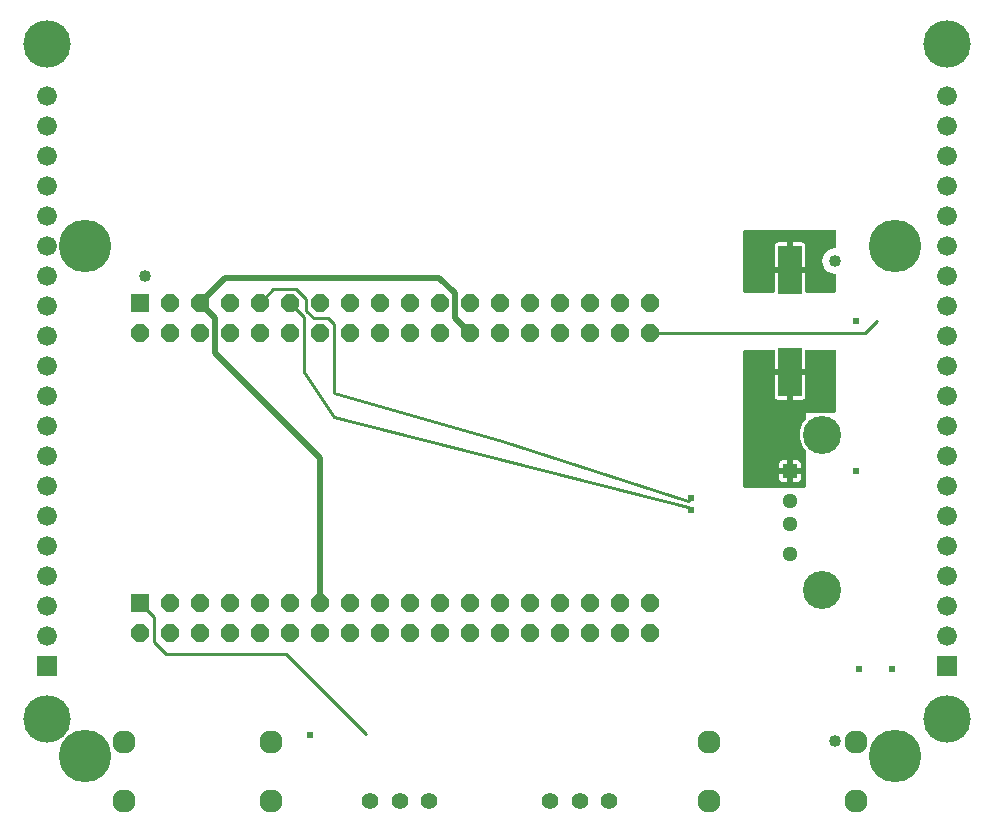
<source format=gbr>
G04 EAGLE Gerber RS-274X export*
G75*
%MOMM*%
%FSLAX34Y34*%
%LPD*%
%INBottom Copper*%
%IPPOS*%
%AMOC8*
5,1,8,0,0,1.08239X$1,22.5*%
G01*
%ADD10R,1.524000X1.524000*%
%ADD11P,1.649562X8X22.500000*%
%ADD12C,1.400000*%
%ADD13C,1.960000*%
%ADD14C,4.445000*%
%ADD15C,1.016000*%
%ADD16R,1.288000X1.288000*%
%ADD17C,1.288000*%
%ADD18C,3.220000*%
%ADD19R,2.000000X4.100000*%
%ADD20R,1.676400X1.676400*%
%ADD21C,1.676400*%
%ADD22C,4.016000*%
%ADD23C,0.609600*%
%ADD24C,0.508000*%
%ADD25C,0.254000*%

G36*
X647818Y265446D02*
X647818Y265446D01*
X647937Y265453D01*
X647975Y265466D01*
X648016Y265471D01*
X648126Y265514D01*
X648239Y265551D01*
X648274Y265573D01*
X648311Y265588D01*
X648407Y265658D01*
X648508Y265721D01*
X648536Y265751D01*
X648569Y265774D01*
X648645Y265866D01*
X648726Y265953D01*
X648746Y265988D01*
X648771Y266019D01*
X648822Y266127D01*
X648880Y266231D01*
X648890Y266271D01*
X648907Y266307D01*
X648929Y266424D01*
X648959Y266539D01*
X648963Y266600D01*
X648967Y266620D01*
X648965Y266640D01*
X648969Y266700D01*
X648969Y296343D01*
X648957Y296441D01*
X648954Y296540D01*
X648937Y296599D01*
X648929Y296659D01*
X648893Y296751D01*
X648865Y296846D01*
X648835Y296898D01*
X648812Y296954D01*
X648754Y297034D01*
X648704Y297120D01*
X648638Y297195D01*
X648626Y297212D01*
X648616Y297219D01*
X648598Y297241D01*
X646297Y299541D01*
X643459Y306392D01*
X643459Y313808D01*
X646297Y320659D01*
X648598Y322959D01*
X648658Y323038D01*
X648726Y323110D01*
X648755Y323163D01*
X648792Y323211D01*
X648832Y323302D01*
X648880Y323388D01*
X648895Y323447D01*
X648919Y323503D01*
X648934Y323601D01*
X648959Y323696D01*
X648965Y323796D01*
X648969Y323817D01*
X648967Y323829D01*
X648969Y323857D01*
X648969Y328931D01*
X673100Y328931D01*
X673218Y328946D01*
X673337Y328953D01*
X673375Y328966D01*
X673416Y328971D01*
X673526Y329014D01*
X673639Y329051D01*
X673674Y329073D01*
X673711Y329088D01*
X673807Y329158D01*
X673908Y329221D01*
X673936Y329251D01*
X673969Y329274D01*
X674045Y329366D01*
X674126Y329453D01*
X674146Y329488D01*
X674171Y329519D01*
X674222Y329627D01*
X674280Y329731D01*
X674290Y329771D01*
X674307Y329807D01*
X674329Y329924D01*
X674359Y330039D01*
X674363Y330100D01*
X674367Y330120D01*
X674365Y330140D01*
X674369Y330200D01*
X674369Y381000D01*
X674354Y381118D01*
X674347Y381237D01*
X674334Y381275D01*
X674329Y381316D01*
X674286Y381426D01*
X674249Y381539D01*
X674227Y381574D01*
X674212Y381611D01*
X674143Y381707D01*
X674079Y381808D01*
X674049Y381836D01*
X674026Y381869D01*
X673934Y381945D01*
X673847Y382026D01*
X673812Y382046D01*
X673781Y382071D01*
X673673Y382122D01*
X673569Y382180D01*
X673529Y382190D01*
X673493Y382207D01*
X673376Y382229D01*
X673261Y382259D01*
X673201Y382263D01*
X673181Y382267D01*
X673160Y382265D01*
X673100Y382269D01*
X648810Y382269D01*
X648692Y382254D01*
X648573Y382247D01*
X648535Y382234D01*
X648494Y382229D01*
X648384Y382186D01*
X648271Y382149D01*
X648236Y382127D01*
X648199Y382112D01*
X648103Y382043D01*
X648002Y381979D01*
X647974Y381949D01*
X647941Y381926D01*
X647865Y381834D01*
X647784Y381747D01*
X647764Y381712D01*
X647739Y381681D01*
X647688Y381573D01*
X647630Y381469D01*
X647620Y381429D01*
X647603Y381393D01*
X647581Y381276D01*
X647551Y381161D01*
X647547Y381101D01*
X647543Y381081D01*
X647545Y381060D01*
X647541Y381000D01*
X647541Y365439D01*
X636270Y365439D01*
X636152Y365424D01*
X636033Y365417D01*
X635995Y365404D01*
X635955Y365399D01*
X635844Y365355D01*
X635731Y365319D01*
X635696Y365297D01*
X635659Y365282D01*
X635563Y365212D01*
X635462Y365149D01*
X635434Y365119D01*
X635402Y365095D01*
X635326Y365004D01*
X635244Y364917D01*
X635225Y364882D01*
X635199Y364850D01*
X635148Y364743D01*
X635091Y364639D01*
X635080Y364599D01*
X635063Y364563D01*
X635041Y364446D01*
X635011Y364331D01*
X635007Y364270D01*
X635003Y364250D01*
X635005Y364230D01*
X635001Y364170D01*
X635001Y362899D01*
X634999Y362899D01*
X634999Y364170D01*
X634984Y364288D01*
X634977Y364407D01*
X634964Y364445D01*
X634959Y364485D01*
X634915Y364596D01*
X634879Y364709D01*
X634857Y364744D01*
X634842Y364781D01*
X634772Y364877D01*
X634709Y364978D01*
X634679Y365006D01*
X634655Y365038D01*
X634564Y365114D01*
X634477Y365196D01*
X634442Y365215D01*
X634410Y365241D01*
X634303Y365292D01*
X634199Y365349D01*
X634159Y365360D01*
X634123Y365377D01*
X634006Y365399D01*
X633891Y365429D01*
X633830Y365433D01*
X633810Y365437D01*
X633790Y365435D01*
X633730Y365439D01*
X622459Y365439D01*
X622459Y381000D01*
X622444Y381118D01*
X622437Y381237D01*
X622424Y381275D01*
X622419Y381316D01*
X622376Y381426D01*
X622339Y381539D01*
X622317Y381574D01*
X622302Y381611D01*
X622233Y381707D01*
X622169Y381808D01*
X622139Y381836D01*
X622116Y381869D01*
X622024Y381945D01*
X621937Y382026D01*
X621902Y382046D01*
X621871Y382071D01*
X621763Y382122D01*
X621659Y382180D01*
X621619Y382190D01*
X621583Y382207D01*
X621466Y382229D01*
X621351Y382259D01*
X621291Y382263D01*
X621271Y382267D01*
X621250Y382265D01*
X621190Y382269D01*
X596900Y382269D01*
X596782Y382254D01*
X596663Y382247D01*
X596625Y382234D01*
X596584Y382229D01*
X596474Y382186D01*
X596361Y382149D01*
X596326Y382127D01*
X596289Y382112D01*
X596193Y382043D01*
X596092Y381979D01*
X596064Y381949D01*
X596031Y381926D01*
X595956Y381834D01*
X595874Y381747D01*
X595854Y381712D01*
X595829Y381681D01*
X595778Y381573D01*
X595720Y381469D01*
X595710Y381429D01*
X595693Y381393D01*
X595671Y381276D01*
X595641Y381161D01*
X595637Y381101D01*
X595633Y381081D01*
X595635Y381060D01*
X595631Y381000D01*
X595631Y266700D01*
X595646Y266582D01*
X595653Y266463D01*
X595666Y266425D01*
X595671Y266384D01*
X595714Y266274D01*
X595751Y266161D01*
X595773Y266126D01*
X595788Y266089D01*
X595858Y265993D01*
X595921Y265892D01*
X595951Y265864D01*
X595974Y265831D01*
X596066Y265756D01*
X596153Y265674D01*
X596188Y265654D01*
X596219Y265629D01*
X596327Y265578D01*
X596431Y265520D01*
X596471Y265510D01*
X596507Y265493D01*
X596624Y265471D01*
X596739Y265441D01*
X596800Y265437D01*
X596820Y265433D01*
X596840Y265435D01*
X596900Y265431D01*
X647700Y265431D01*
X647818Y265446D01*
G37*
G36*
X621308Y430546D02*
X621308Y430546D01*
X621427Y430553D01*
X621465Y430566D01*
X621506Y430571D01*
X621616Y430614D01*
X621729Y430651D01*
X621764Y430673D01*
X621801Y430688D01*
X621897Y430758D01*
X621998Y430821D01*
X622026Y430851D01*
X622059Y430874D01*
X622135Y430966D01*
X622216Y431053D01*
X622236Y431088D01*
X622261Y431119D01*
X622312Y431227D01*
X622370Y431331D01*
X622380Y431371D01*
X622397Y431407D01*
X622419Y431524D01*
X622449Y431639D01*
X622453Y431700D01*
X622457Y431720D01*
X622455Y431740D01*
X622459Y431800D01*
X622459Y447361D01*
X633730Y447361D01*
X633848Y447376D01*
X633967Y447383D01*
X634005Y447396D01*
X634045Y447401D01*
X634156Y447444D01*
X634269Y447481D01*
X634304Y447503D01*
X634341Y447518D01*
X634437Y447588D01*
X634538Y447651D01*
X634566Y447681D01*
X634598Y447705D01*
X634674Y447796D01*
X634756Y447883D01*
X634775Y447918D01*
X634801Y447949D01*
X634852Y448057D01*
X634909Y448161D01*
X634920Y448201D01*
X634937Y448237D01*
X634959Y448354D01*
X634989Y448469D01*
X634993Y448530D01*
X634997Y448550D01*
X634995Y448570D01*
X634999Y448630D01*
X634999Y449901D01*
X635001Y449901D01*
X635001Y448630D01*
X635016Y448512D01*
X635023Y448393D01*
X635036Y448355D01*
X635041Y448315D01*
X635085Y448204D01*
X635121Y448091D01*
X635143Y448056D01*
X635158Y448019D01*
X635228Y447923D01*
X635291Y447822D01*
X635321Y447794D01*
X635345Y447761D01*
X635436Y447686D01*
X635523Y447604D01*
X635558Y447584D01*
X635590Y447559D01*
X635697Y447508D01*
X635801Y447450D01*
X635841Y447440D01*
X635877Y447423D01*
X635994Y447401D01*
X636109Y447371D01*
X636170Y447367D01*
X636190Y447363D01*
X636210Y447365D01*
X636270Y447361D01*
X647541Y447361D01*
X647541Y431800D01*
X647556Y431682D01*
X647563Y431563D01*
X647576Y431525D01*
X647581Y431484D01*
X647624Y431374D01*
X647661Y431261D01*
X647683Y431226D01*
X647698Y431189D01*
X647767Y431093D01*
X647831Y430992D01*
X647861Y430964D01*
X647884Y430931D01*
X647976Y430856D01*
X648063Y430774D01*
X648098Y430754D01*
X648129Y430729D01*
X648237Y430678D01*
X648341Y430620D01*
X648381Y430610D01*
X648417Y430593D01*
X648534Y430571D01*
X648649Y430541D01*
X648709Y430537D01*
X648729Y430533D01*
X648750Y430535D01*
X648810Y430531D01*
X673100Y430531D01*
X673218Y430546D01*
X673337Y430553D01*
X673375Y430566D01*
X673416Y430571D01*
X673526Y430614D01*
X673639Y430651D01*
X673674Y430673D01*
X673711Y430688D01*
X673807Y430758D01*
X673908Y430821D01*
X673936Y430851D01*
X673969Y430874D01*
X674045Y430966D01*
X674126Y431053D01*
X674146Y431088D01*
X674171Y431119D01*
X674222Y431227D01*
X674280Y431331D01*
X674290Y431371D01*
X674307Y431407D01*
X674329Y431524D01*
X674359Y431639D01*
X674363Y431700D01*
X674367Y431720D01*
X674365Y431740D01*
X674369Y431800D01*
X674369Y444822D01*
X674355Y444934D01*
X674349Y445046D01*
X674347Y445052D01*
X674347Y445059D01*
X674334Y445098D01*
X674329Y445138D01*
X674288Y445243D01*
X674255Y445350D01*
X674251Y445355D01*
X674249Y445362D01*
X674227Y445396D01*
X674212Y445434D01*
X674146Y445525D01*
X674087Y445620D01*
X674082Y445625D01*
X674079Y445630D01*
X674049Y445658D01*
X674026Y445691D01*
X673939Y445763D01*
X673858Y445840D01*
X673852Y445844D01*
X673847Y445848D01*
X673812Y445868D01*
X673781Y445894D01*
X673679Y445942D01*
X673581Y445997D01*
X673572Y446000D01*
X673569Y446002D01*
X673558Y446005D01*
X673512Y446020D01*
X673493Y446029D01*
X673475Y446033D01*
X673428Y446048D01*
X667568Y447619D01*
X663519Y451668D01*
X662036Y457200D01*
X663519Y462732D01*
X667568Y466781D01*
X673428Y468352D01*
X673532Y468394D01*
X673639Y468429D01*
X673674Y468450D01*
X673711Y468465D01*
X673717Y468469D01*
X673723Y468472D01*
X673813Y468539D01*
X673908Y468599D01*
X673936Y468628D01*
X673969Y468652D01*
X673973Y468657D01*
X673978Y468661D01*
X674049Y468748D01*
X674126Y468831D01*
X674146Y468866D01*
X674171Y468897D01*
X674174Y468903D01*
X674178Y468908D01*
X674225Y469010D01*
X674280Y469109D01*
X674290Y469148D01*
X674307Y469185D01*
X674308Y469192D01*
X674311Y469198D01*
X674331Y469308D01*
X674359Y469417D01*
X674363Y469477D01*
X674367Y469497D01*
X674366Y469504D01*
X674367Y469511D01*
X674366Y469529D01*
X674369Y469578D01*
X674369Y482600D01*
X674354Y482718D01*
X674347Y482837D01*
X674334Y482875D01*
X674329Y482916D01*
X674286Y483026D01*
X674249Y483139D01*
X674227Y483174D01*
X674212Y483211D01*
X674143Y483307D01*
X674079Y483408D01*
X674049Y483436D01*
X674026Y483469D01*
X673934Y483545D01*
X673847Y483626D01*
X673812Y483646D01*
X673781Y483671D01*
X673673Y483722D01*
X673569Y483780D01*
X673529Y483790D01*
X673493Y483807D01*
X673376Y483829D01*
X673261Y483859D01*
X673201Y483863D01*
X673181Y483867D01*
X673160Y483865D01*
X673100Y483869D01*
X596900Y483869D01*
X596782Y483854D01*
X596663Y483847D01*
X596625Y483834D01*
X596584Y483829D01*
X596474Y483786D01*
X596361Y483749D01*
X596326Y483727D01*
X596289Y483712D01*
X596193Y483643D01*
X596092Y483579D01*
X596064Y483549D01*
X596031Y483526D01*
X595956Y483434D01*
X595874Y483347D01*
X595854Y483312D01*
X595829Y483281D01*
X595778Y483173D01*
X595720Y483069D01*
X595710Y483029D01*
X595693Y482993D01*
X595671Y482876D01*
X595641Y482761D01*
X595637Y482701D01*
X595633Y482681D01*
X595635Y482660D01*
X595634Y482656D01*
X595633Y482651D01*
X595634Y482645D01*
X595631Y482600D01*
X595631Y431800D01*
X595646Y431682D01*
X595653Y431563D01*
X595666Y431525D01*
X595671Y431484D01*
X595714Y431374D01*
X595751Y431261D01*
X595773Y431226D01*
X595788Y431189D01*
X595858Y431093D01*
X595921Y430992D01*
X595951Y430964D01*
X595974Y430931D01*
X596066Y430856D01*
X596153Y430774D01*
X596188Y430754D01*
X596219Y430729D01*
X596327Y430678D01*
X596431Y430620D01*
X596471Y430610D01*
X596507Y430593D01*
X596624Y430571D01*
X596739Y430541D01*
X596800Y430537D01*
X596820Y430533D01*
X596840Y430535D01*
X596900Y430531D01*
X621190Y430531D01*
X621308Y430546D01*
G37*
%LPC*%
G36*
X637539Y452439D02*
X637539Y452439D01*
X637539Y472941D01*
X645334Y472941D01*
X645981Y472768D01*
X646560Y472433D01*
X647033Y471960D01*
X647368Y471381D01*
X647541Y470734D01*
X647541Y452439D01*
X637539Y452439D01*
G37*
%LPD*%
%LPC*%
G36*
X637539Y339859D02*
X637539Y339859D01*
X637539Y360361D01*
X647541Y360361D01*
X647541Y342066D01*
X647368Y341419D01*
X647033Y340840D01*
X646560Y340367D01*
X645981Y340032D01*
X645334Y339859D01*
X637539Y339859D01*
G37*
%LPD*%
%LPC*%
G36*
X622459Y452439D02*
X622459Y452439D01*
X622459Y470734D01*
X622632Y471381D01*
X622967Y471960D01*
X623440Y472433D01*
X624019Y472768D01*
X624666Y472941D01*
X632461Y472941D01*
X632461Y452439D01*
X622459Y452439D01*
G37*
%LPD*%
%LPC*%
G36*
X624666Y339859D02*
X624666Y339859D01*
X624019Y340032D01*
X623440Y340367D01*
X622967Y340840D01*
X622632Y341419D01*
X622459Y342066D01*
X622459Y360361D01*
X632461Y360361D01*
X632461Y339859D01*
X624666Y339859D01*
G37*
%LPD*%
%LPC*%
G36*
X637299Y281699D02*
X637299Y281699D01*
X637299Y288381D01*
X641774Y288381D01*
X642421Y288208D01*
X643000Y287873D01*
X643473Y287400D01*
X643808Y286821D01*
X643981Y286174D01*
X643981Y281699D01*
X637299Y281699D01*
G37*
%LPD*%
%LPC*%
G36*
X626019Y281699D02*
X626019Y281699D01*
X626019Y286174D01*
X626192Y286821D01*
X626527Y287400D01*
X627000Y287873D01*
X627579Y288208D01*
X628226Y288381D01*
X632701Y288381D01*
X632701Y281699D01*
X626019Y281699D01*
G37*
%LPD*%
%LPC*%
G36*
X637299Y270419D02*
X637299Y270419D01*
X637299Y277101D01*
X643981Y277101D01*
X643981Y272626D01*
X643808Y271979D01*
X643473Y271400D01*
X643000Y270927D01*
X642421Y270592D01*
X641774Y270419D01*
X637299Y270419D01*
G37*
%LPD*%
%LPC*%
G36*
X628226Y270419D02*
X628226Y270419D01*
X627579Y270592D01*
X627000Y270927D01*
X626527Y271400D01*
X626192Y271979D01*
X626019Y272626D01*
X626019Y277101D01*
X632701Y277101D01*
X632701Y270419D01*
X628226Y270419D01*
G37*
%LPD*%
D10*
X84500Y421900D03*
D11*
X84500Y396500D03*
X109900Y421900D03*
X109900Y396500D03*
X135300Y421900D03*
X135300Y396500D03*
X160700Y421900D03*
X160700Y396500D03*
X186100Y421900D03*
X186100Y396500D03*
X211500Y421900D03*
X211500Y396500D03*
X236900Y421900D03*
X236900Y396500D03*
X262300Y421900D03*
X262300Y396500D03*
X287700Y421900D03*
X287700Y396500D03*
X313100Y421900D03*
X313100Y396500D03*
X338500Y421900D03*
X338500Y396500D03*
X363900Y421900D03*
X363900Y396500D03*
X389300Y421900D03*
X389300Y396500D03*
X414700Y421900D03*
X414700Y396500D03*
X440100Y421900D03*
X440100Y396500D03*
X465500Y421900D03*
X465500Y396500D03*
X490900Y421900D03*
X490900Y396500D03*
X516300Y421900D03*
X516300Y396500D03*
D10*
X84500Y167900D03*
D11*
X84500Y142500D03*
X109900Y167900D03*
X109900Y142500D03*
X135300Y167900D03*
X135300Y142500D03*
X160700Y167900D03*
X160700Y142500D03*
X186100Y167900D03*
X186100Y142500D03*
X211500Y167900D03*
X211500Y142500D03*
X236900Y167900D03*
X236900Y142500D03*
X262300Y167900D03*
X262300Y142500D03*
X287700Y167900D03*
X287700Y142500D03*
X313100Y167900D03*
X313100Y142500D03*
X338500Y167900D03*
X338500Y142500D03*
X363900Y167900D03*
X363900Y142500D03*
X389300Y167900D03*
X389300Y142500D03*
X414700Y167900D03*
X414700Y142500D03*
X440100Y167900D03*
X440100Y142500D03*
X465500Y167900D03*
X465500Y142500D03*
X490900Y167900D03*
X490900Y142500D03*
X516300Y167900D03*
X516300Y142500D03*
D12*
X482200Y0D03*
X457200Y0D03*
X432200Y0D03*
D13*
X70850Y400D03*
X70850Y50400D03*
X195850Y50400D03*
X195850Y400D03*
D14*
X38100Y469900D03*
X38100Y38100D03*
X723900Y38100D03*
X723900Y469900D03*
D15*
X88900Y444500D03*
X673100Y457200D03*
X673100Y50800D03*
D16*
X635000Y279400D03*
D17*
X635000Y254400D03*
X635000Y234400D03*
X635000Y209400D03*
D18*
X662100Y310100D03*
X662100Y178700D03*
D19*
X635000Y362900D03*
X635000Y449900D03*
D20*
X6350Y114300D03*
D21*
X6350Y139700D03*
X6350Y165100D03*
X6350Y190500D03*
X6350Y215900D03*
X6350Y241300D03*
X6350Y266700D03*
X6350Y292100D03*
X6350Y317500D03*
X6350Y342900D03*
X6350Y368300D03*
X6350Y393700D03*
X6350Y419100D03*
X6350Y444500D03*
X6350Y469900D03*
X6350Y495300D03*
X6350Y520700D03*
X6350Y546100D03*
X6350Y571500D03*
X6350Y596900D03*
D20*
X768350Y114300D03*
D21*
X768350Y139700D03*
X768350Y165100D03*
X768350Y190500D03*
X768350Y215900D03*
X768350Y241300D03*
X768350Y266700D03*
X768350Y292100D03*
X768350Y317500D03*
X768350Y342900D03*
X768350Y368300D03*
X768350Y393700D03*
X768350Y419100D03*
X768350Y444500D03*
X768350Y469900D03*
X768350Y495300D03*
X768350Y520700D03*
X768350Y546100D03*
X768350Y571500D03*
X768350Y596900D03*
D22*
X768350Y69850D03*
X768350Y641350D03*
X6350Y69850D03*
X6350Y641350D03*
D12*
X329800Y0D03*
X304800Y0D03*
X279800Y0D03*
D13*
X566150Y400D03*
X566150Y50400D03*
X691150Y50400D03*
X691150Y400D03*
D23*
X690880Y279400D03*
X690880Y406400D03*
X693420Y111760D03*
X721360Y111760D03*
X609600Y469900D03*
X609600Y457200D03*
X609600Y444500D03*
X660400Y444500D03*
X660400Y469900D03*
X609600Y368300D03*
X660400Y368300D03*
X660400Y355600D03*
X660400Y342900D03*
X609600Y355600D03*
X609600Y342900D03*
D24*
X148000Y409200D02*
X135300Y421900D01*
X148000Y409200D02*
X148000Y379050D01*
X236900Y290150D02*
X236900Y167900D01*
X236900Y290150D02*
X148000Y379050D01*
X135300Y421900D02*
X156630Y443230D01*
X351200Y409200D02*
X363900Y396500D01*
X351200Y409200D02*
X351200Y429850D01*
X337820Y443230D02*
X156630Y443230D01*
X337820Y443230D02*
X351200Y429850D01*
D23*
X228600Y55880D03*
D25*
X106680Y124460D02*
X96520Y134620D01*
X96520Y155880D02*
X84500Y167900D01*
X208280Y124460D02*
X276340Y56400D01*
X208280Y124460D02*
X106680Y124460D01*
X96520Y134620D02*
X96520Y155880D01*
X516300Y396500D02*
X698760Y396500D01*
X708660Y406400D01*
X197530Y433330D02*
X186100Y421900D01*
X225470Y424770D02*
X225470Y415114D01*
X231644Y408940D02*
X243840Y408940D01*
X248920Y403860D01*
X216910Y433330D02*
X197530Y433330D01*
X216910Y433330D02*
X225470Y424770D01*
X225470Y415114D02*
X231644Y408940D01*
X248920Y403860D02*
X248920Y345440D01*
X391160Y304800D01*
X548640Y254000D02*
X551180Y256540D01*
D23*
X551180Y256540D03*
D25*
X548640Y254000D02*
X391160Y304800D01*
X223520Y409880D02*
X211500Y421900D01*
X223520Y409880D02*
X223520Y363220D01*
X248920Y325120D01*
X548640Y248920D02*
X551180Y246380D01*
D23*
X551180Y246380D03*
D25*
X548640Y248920D02*
X248920Y325120D01*
M02*

</source>
